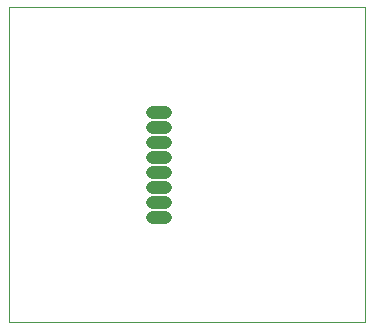
<source format=gbl>
G04 EAGLE Gerber RS-274X export*
G75*
%MOMM*%
%FSLAX34Y34*%
%LPD*%
%INBottom Layer*%
%IPPOS*%
%AMOC8*
5,1,8,0,0,1.08239X$1,22.5*%
G01*
%ADD10C,0.000000*%
%ADD11C,1.108000*%


D10*
X38100Y127000D02*
X339600Y127000D01*
X339600Y393600D01*
X38100Y393600D01*
X38100Y127000D01*
D11*
X159560Y304800D02*
X170640Y304800D01*
X170640Y292100D02*
X159560Y292100D01*
X159560Y279400D02*
X170640Y279400D01*
X170640Y266700D02*
X159560Y266700D01*
X159560Y254000D02*
X170640Y254000D01*
X170640Y241300D02*
X159560Y241300D01*
X159560Y228600D02*
X170640Y228600D01*
X170640Y215900D02*
X159560Y215900D01*
M02*

</source>
